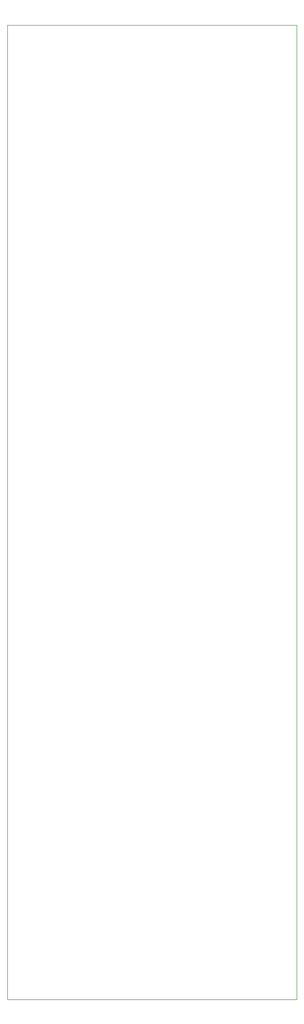
<source format=gm1>
G04 #@! TF.GenerationSoftware,KiCad,Pcbnew,8.0.3*
G04 #@! TF.CreationDate,2025-04-07T19:30:47+02:00*
G04 #@! TF.ProjectId,TIDA-PowerPack,54494441-2d50-46f7-9765-725061636b2e,rev?*
G04 #@! TF.SameCoordinates,Original*
G04 #@! TF.FileFunction,Profile,NP*
%FSLAX46Y46*%
G04 Gerber Fmt 4.6, Leading zero omitted, Abs format (unit mm)*
G04 Created by KiCad (PCBNEW 8.0.3) date 2025-04-07 19:30:47*
%MOMM*%
%LPD*%
G01*
G04 APERTURE LIST*
G04 #@! TA.AperFunction,Profile*
%ADD10C,0.100000*%
G04 #@! TD*
G04 APERTURE END LIST*
D10*
X117000000Y-32750000D02*
X167000000Y-32750000D01*
X167000000Y-200750000D01*
X117000000Y-200750000D01*
X117000000Y-32750000D01*
M02*

</source>
